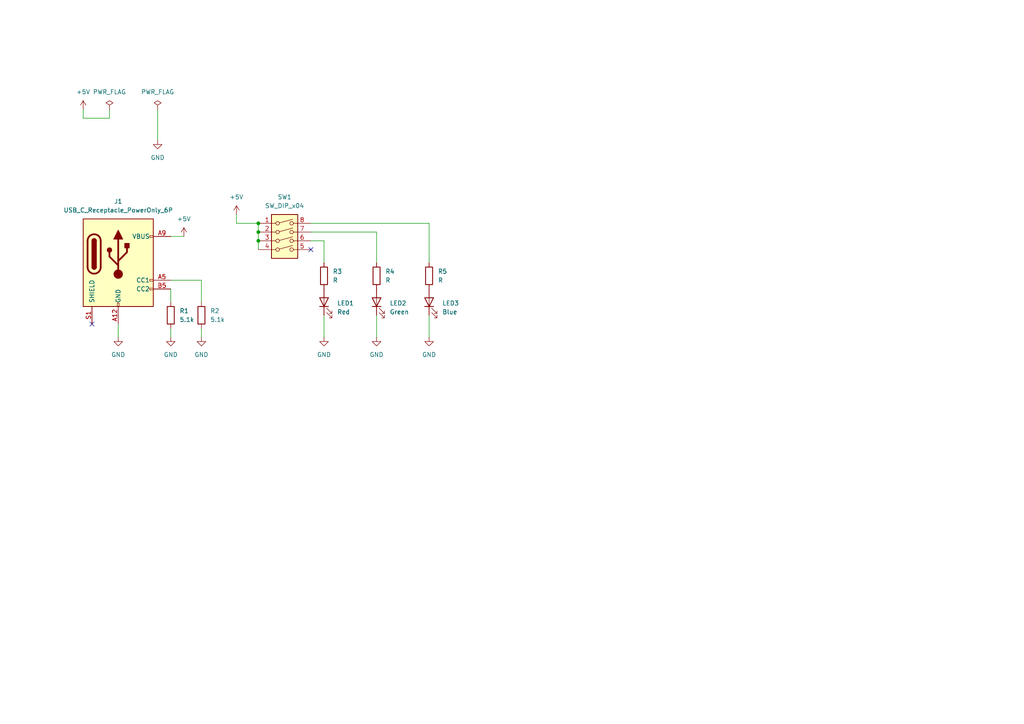
<source format=kicad_sch>
(kicad_sch (version 20211123) (generator eeschema)
  (paper "A4")
  (lib_symbols
    (symbol "Connector:USB_C_Receptacle_PowerOnly_6P" (pin_names (offset 1.016))
      (property "Reference" "J" (at 0 16.51 0))
      (property "Value" "USB_C_Receptacle_PowerOnly_6P" (at 0 13.97 0))
      (symbol "USB_C_Receptacle_PowerOnly_6P_0_0"
        (rectangle (start -0.254 -12.7) (end 0.254 -11.684))
        (rectangle (start 10.16 -7.366) (end 9.144 -7.874))
        (rectangle (start 10.16 -4.826) (end 9.144 -5.334))
        (rectangle (start 10.16 7.874) (end 9.144 7.366))
      )
      (symbol "USB_C_Receptacle_PowerOnly_6P_0_1"
        (rectangle (start -10.16 12.7) (end 10.16 -12.7) (stroke (width 0.254)) (fill (type background)))
        (arc (start -8.89 -1.27) (mid -6.985 -3.175) (end -5.08 -1.27) (stroke (width 0.508)))
        (arc (start -7.62 -1.27) (mid -6.985 -1.905) (end -6.35 -1.27) (stroke (width 0.254)))
        (arc (start -7.62 -1.27) (mid -6.985 -1.905) (end -6.35 -1.27) (stroke (width 0.254)) (fill (type outline)))
        (rectangle (start -7.62 -1.27) (end -6.35 6.35) (stroke (width 0.254)) (fill (type outline)))
        (arc (start -6.35 6.35) (mid -6.985 6.985) (end -7.62 6.35) (stroke (width 0.254)))
        (arc (start -6.35 6.35) (mid -6.985 6.985) (end -7.62 6.35) (stroke (width 0.254)) (fill (type outline)))
        (arc (start -5.08 6.35) (mid -6.985 8.255) (end -8.89 6.35) (stroke (width 0.508)))
        (circle (center -2.54 3.683) (radius 0.635) (stroke (width 0.254)) (fill (type outline)))
        (circle (center 0 -3.302) (radius 1.27) (fill (type outline)))
        (polyline (pts (xy -8.89 -1.27) (xy -8.89 6.35)) (stroke (width 0.508)))
        (polyline (pts (xy -5.08 6.35) (xy -5.08 -1.27)) (stroke (width 0.508)))
        (polyline (pts (xy 0 -3.302) (xy 0 6.858)) (stroke (width 0.508)))
        (polyline (pts (xy 0 -0.762) (xy -2.54 1.778) (xy -2.54 3.048)) (stroke (width 0.508)))
        (polyline (pts (xy 0 0.508) (xy 2.54 3.048) (xy 2.54 4.318)) (stroke (width 0.508)))
        (polyline (pts (xy -1.27 6.858) (xy 0 9.398) (xy 1.27 6.858) (xy -1.27 6.858)) (stroke (width 0.254)) (fill (type outline)))
        (rectangle (start 1.905 4.318) (end 3.175 5.588) (stroke (width 0.254)) (fill (type outline)))
      )
      (symbol "USB_C_Receptacle_PowerOnly_6P_1_1"
        (pin passive line (at 0 -17.78 90) (length 5.08) (name "GND") (number "A12"))
        (pin bidirectional line (at 15.24 -5.08 180) (length 5.08) (name "CC1") (number "A5"))
        (pin passive line (at 15.24 7.62 180) (length 5.08) (name "VBUS") (number "A9"))
        (pin passive line (at 0 -17.78 90) (length 5.08) hide (name "GND") (number "B12"))
        (pin bidirectional line (at 15.24 -7.62 180) (length 5.08) (name "CC2") (number "B5"))
        (pin passive line (at 15.24 7.62 180) (length 5.08) hide (name "VBUS") (number "B9"))
        (pin passive line (at -7.62 -17.78 90) (length 5.08) (name "SHIELD") (number "S1"))
      )
    )
    (symbol "Device:LED" (pin_numbers hide) (pin_names (offset 1.016) hide)
      (property "Reference" "D" (at 0 2.54 0))
      (property "Value" "LED" (at 0 -2.54 0))
      (symbol "LED_0_1"
        (polyline (pts (xy -1.27 -1.27) (xy -1.27 1.27)) (stroke (width 0.254)))
        (polyline (pts (xy -1.27 0) (xy 1.27 0)))
        (polyline (pts (xy 1.27 -1.27) (xy 1.27 1.27) (xy -1.27 0) (xy 1.27 -1.27)) (stroke (width 0.254)))
        (polyline (pts (xy -3.048 -0.762) (xy -4.572 -2.286) (xy -3.81 -2.286) (xy -4.572 -2.286) (xy -4.572 -1.524)))
        (polyline (pts (xy -1.778 -0.762) (xy -3.302 -2.286) (xy -2.54 -2.286) (xy -3.302 -2.286) (xy -3.302 -1.524)))
      )
      (symbol "LED_1_1"
        (pin passive line (at -3.81 0 0) (length 2.54) (name "K") (number "1"))
        (pin passive line (at 3.81 0 180) (length 2.54) (name "A") (number "2"))
      )
    )
    (symbol "Device:R" (pin_numbers hide) (pin_names (offset 0))
      (property "Reference" "R" (at 2.032 0 90))
      (property "Value" "R" (at 0 0 90))
      (symbol "R_0_1"
        (rectangle (start -1.016 -2.54) (end 1.016 2.54) (stroke (width 0.254)))
      )
      (symbol "R_1_1"
        (pin passive line (at 0 3.81 270) (length 1.27) (name "~") (number "1"))
        (pin passive line (at 0 -3.81 90) (length 1.27) (name "~") (number "2"))
      )
    )
    (symbol "Switch:SW_DIP_x04" (pin_names (offset 0) hide)
      (property "Reference" "SW" (at 0 8.89 0))
      (property "Value" "SW_DIP_x04" (at 0 -6.35 0))
      (symbol "SW_DIP_x04_0_0"
        (circle (center -2.032 -2.54) (radius 0.508))
        (circle (center -2.032 0) (radius 0.508))
        (circle (center -2.032 2.54) (radius 0.508))
        (circle (center -2.032 5.08) (radius 0.508))
        (polyline (pts (xy -1.524 -2.3876) (xy 2.3622 -1.3462)))
        (polyline (pts (xy -1.524 0.127) (xy 2.3622 1.1684)))
        (polyline (pts (xy -1.524 2.667) (xy 2.3622 3.7084)))
        (polyline (pts (xy -1.524 5.207) (xy 2.3622 6.2484)))
        (circle (center 2.032 -2.54) (radius 0.508))
        (circle (center 2.032 0) (radius 0.508))
        (circle (center 2.032 2.54) (radius 0.508))
        (circle (center 2.032 5.08) (radius 0.508))
      )
      (symbol "SW_DIP_x04_0_1"
        (rectangle (start -3.81 7.62) (end 3.81 -5.08) (stroke (width 0.254)) (fill (type background)))
      )
      (symbol "SW_DIP_x04_1_1"
        (pin passive line (at -7.62 5.08 0) (length 5.08) (name "~") (number "1"))
        (pin passive line (at -7.62 2.54 0) (length 5.08) (name "~") (number "2"))
        (pin passive line (at -7.62 0 0) (length 5.08) (name "~") (number "3"))
        (pin passive line (at -7.62 -2.54 0) (length 5.08) (name "~") (number "4"))
        (pin passive line (at 7.62 -2.54 180) (length 5.08) (name "~") (number "5"))
        (pin passive line (at 7.62 0 180) (length 5.08) (name "~") (number "6"))
        (pin passive line (at 7.62 2.54 180) (length 5.08) (name "~") (number "7"))
        (pin passive line (at 7.62 5.08 180) (length 5.08) (name "~") (number "8"))
      )
    )
    (symbol "power:+5V" (power) (pin_names (offset 0))
      (property "Value" "+5V" (at 0 3.556 0))
      (symbol "+5V_0_1"
        (polyline (pts (xy -0.762 1.27) (xy 0 2.54)))
        (polyline (pts (xy 0 0) (xy 0 2.54)))
        (polyline (pts (xy 0 2.54) (xy 0.762 1.27)))
      )
      (symbol "+5V_1_1"
        (pin power_in line (at 0 0 90) (length 0) hide (name "+5V") (number "1"))
      )
    )
    (symbol "power:GND" (power) (pin_names (offset 0))
      (property "Value" "GND" (at 0 -3.81 0))
      (symbol "GND_0_1"
        (polyline (pts (xy 0 0) (xy 0 -1.27) (xy 1.27 -1.27) (xy 0 -2.54) (xy -1.27 -1.27) (xy 0 -1.27)))
      )
      (symbol "GND_1_1"
        (pin power_in line (at 0 0 270) (length 0) hide (name "GND") (number "1"))
      )
    )
    (symbol "power:PWR_FLAG" (power) (pin_numbers hide) (pin_names (offset 0) hide)
      (property "Value" "PWR_FLAG" (at 0 3.81 0))
      (symbol "PWR_FLAG_0_0"
        (pin power_out line (at 0 0 90) (length 0) (name "pwr") (number "1"))
      )
      (symbol "PWR_FLAG_0_1"
        (polyline (pts (xy 0 0) (xy 0 1.27) (xy -1.016 1.905) (xy 0 2.54) (xy 1.016 1.905) (xy 0 1.27)))
      )
    )
  )
  (junction (at 74.93 64.77))
  (junction (at 74.93 67.31))
  (junction (at 74.93 69.85))
  (no_connect (at 90.17 72.39))
  (no_connect (at 26.67 93.98))
  (wire (pts (xy 90.17 67.31) (xy 109.22 67.31)))
  (wire (pts (xy 74.93 67.31) (xy 74.93 69.85)))
  (wire (pts (xy 93.98 69.85) (xy 93.98 76.2)))
  (wire (pts (xy 68.58 62.23) (xy 68.58 64.77)))
  (wire (pts (xy 90.17 69.85) (xy 93.98 69.85)))
  (wire (pts (xy 68.58 64.77) (xy 74.93 64.77)))
  (wire (pts (xy 74.93 69.85) (xy 74.93 72.39)))
  (wire (pts (xy 124.46 64.77) (xy 124.46 76.2)))
  (wire (pts (xy 34.29 93.98) (xy 34.29 97.79)))
  (wire (pts (xy 74.93 64.77) (xy 74.93 67.31)))
  (wire (pts (xy 90.17 64.77) (xy 124.46 64.77)))
  (wire (pts (xy 24.13 34.29) (xy 31.75 34.29)))
  (wire (pts (xy 49.53 68.58) (xy 53.34 68.58)))
  (wire (pts (xy 58.42 95.25) (xy 58.42 97.79)))
  (wire (pts (xy 49.53 83.82) (xy 49.53 87.63)))
  (wire (pts (xy 45.72 31.75) (xy 45.72 40.64)))
  (wire (pts (xy 93.98 91.44) (xy 93.98 97.79)))
  (wire (pts (xy 49.53 81.28) (xy 58.42 81.28)))
  (wire (pts (xy 124.46 91.44) (xy 124.46 97.79)))
  (wire (pts (xy 24.13 31.75) (xy 24.13 34.29)))
  (wire (pts (xy 49.53 95.25) (xy 49.53 97.79)))
  (wire (pts (xy 109.22 67.31) (xy 109.22 76.2)))
  (wire (pts (xy 58.42 81.28) (xy 58.42 87.63)))
  (wire (pts (xy 31.75 31.75) (xy 31.75 34.29)))
  (wire (pts (xy 109.22 91.44) (xy 109.22 97.79)))
  (symbol (lib_id "Device:LED") (at 93.98 87.63 90) (unit 1)
    (property "Reference" "LED1" (at 97.79 87.9474 90) (effects (justify right)))
    (property "Value" "Red" (at 97.79 90.4874 90) (effects (justify right)))
    (property "Footprint" "LED_THT:LED_D5.0mm" (effects hide))
  )
  (symbol (lib_id "Device:LED") (at 124.46 87.63 90) (unit 1)
    (property "Reference" "LED3" (at 128.27 87.9474 90) (effects (justify right)))
    (property "Value" "Blue" (at 128.27 90.4874 90) (effects (justify right)))
    (property "Footprint" "LED_THT:LED_D5.0mm" (effects hide))
  )
  (symbol (lib_id "power:PWR_FLAG") (at 31.75 31.75 0) (unit 1)
    (property "Reference" "#FLG01" (effects hide))
    (property "Value" "PWR_FLAG" (at 31.75 26.67 0))
  )
  (symbol (lib_id "power:GND") (at 49.53 97.79 0) (unit 1)
    (property "Reference" "#PWR04" (effects hide))
    (property "Value" "GND" (at 49.53 102.87 0))
  )
  (symbol (lib_id "power:GND") (at 34.29 97.79 0) (unit 1)
    (property "Reference" "#PWR02" (effects hide))
    (property "Value" "GND" (at 34.29 102.87 0))
  )
  (symbol (lib_id "power:+5V") (at 68.58 62.23 0) (unit 1)
    (property "Reference" "#PWR07" (effects hide))
    (property "Value" "+5V" (at 68.58 57.15 0))
  )
  (symbol (lib_id "Device:R") (at 49.53 91.44 0) (unit 1)
    (property "Reference" "R1" (at 52.07 90.1699 0) (effects (justify left)))
    (property "Value" "5.1k" (at 52.07 92.7099 0) (effects (justify left)))
    (property "Footprint" "Resistor_THT:R_Axial_DIN0204_L3.6mm_D1.6mm_P7.62mm_Horizontal" (effects hide))
  )
  (symbol (lib_id "power:+5V") (at 24.13 31.75 0) (unit 1)
    (property "Reference" "#PWR01" (effects hide))
    (property "Value" "+5V" (at 24.13 26.67 0))
  )
  (symbol (lib_id "Device:R") (at 109.22 80.01 0) (unit 1)
    (property "Reference" "R4" (at 111.76 78.7399 0) (effects (justify left)))
    (property "Value" "R" (at 111.76 81.2799 0) (effects (justify left)))
    (property "Footprint" "Resistor_THT:R_Axial_DIN0204_L3.6mm_D1.6mm_P7.62mm_Horizontal" (effects hide))
  )
  (symbol (lib_id "Connector:USB_C_Receptacle_PowerOnly_6P") (at 34.29 76.2 0) (unit 1)
    (property "Reference" "J1" (at 34.29 58.42 0))
    (property "Value" "USB_C_Receptacle_PowerOnly_6P" (at 34.29 60.96 0))
    (property "Footprint" "MyLibrary:UJC-HP-3-SMT-TR" (effects hide))
    (property "Datasheet" "https://www.usb.org/sites/default/files/documents/usb_type-c.zip" (effects hide))
  )
  (symbol (lib_id "Device:R") (at 124.46 80.01 0) (unit 1)
    (property "Reference" "R5" (at 127 78.7399 0) (effects (justify left)))
    (property "Value" "R" (at 127 81.2799 0) (effects (justify left)))
    (property "Footprint" "Resistor_THT:R_Axial_DIN0204_L3.6mm_D1.6mm_P7.62mm_Horizontal" (effects hide))
  )
  (symbol (lib_id "power:PWR_FLAG") (at 45.72 31.75 0) (unit 1)
    (property "Reference" "#FLG02" (effects hide))
    (property "Value" "PWR_FLAG" (at 45.72 26.67 0))
  )
  (symbol (lib_id "Device:R") (at 58.42 91.44 0) (unit 1)
    (property "Reference" "R2" (at 60.96 90.1699 0) (effects (justify left)))
    (property "Value" "5.1k" (at 60.96 92.7099 0) (effects (justify left)))
    (property "Footprint" "Resistor_THT:R_Axial_DIN0204_L3.6mm_D1.6mm_P7.62mm_Horizontal" (effects hide))
  )
  (symbol (lib_id "power:+5V") (at 53.34 68.58 0) (unit 1)
    (property "Reference" "#PWR05" (effects hide))
    (property "Value" "+5V" (at 53.34 63.5 0))
  )
  (symbol (lib_id "Device:LED") (at 109.22 87.63 90) (unit 1)
    (property "Reference" "LED2" (at 113.03 87.9474 90) (effects (justify right)))
    (property "Value" "Green" (at 113.03 90.4874 90) (effects (justify right)))
    (property "Footprint" "LED_THT:LED_D5.0mm" (effects hide))
  )
  (symbol (lib_id "power:GND") (at 93.98 97.79 0) (unit 1)
    (property "Reference" "#PWR08" (effects hide))
    (property "Value" "GND" (at 93.98 102.87 0))
  )
  (symbol (lib_id "power:GND") (at 109.22 97.79 0) (unit 1)
    (property "Reference" "#PWR09" (effects hide))
    (property "Value" "GND" (at 109.22 102.87 0))
  )
  (symbol (lib_id "power:GND") (at 58.42 97.79 0) (unit 1)
    (property "Reference" "#PWR06" (effects hide))
    (property "Value" "GND" (at 58.42 102.87 0))
  )
  (symbol (lib_id "Device:R") (at 93.98 80.01 0) (unit 1)
    (property "Reference" "R3" (at 96.52 78.7399 0) (effects (justify left)))
    (property "Value" "R" (at 96.52 81.2799 0) (effects (justify left)))
    (property "Footprint" "Resistor_THT:R_Axial_DIN0204_L3.6mm_D1.6mm_P7.62mm_Horizontal" (effects hide))
  )
  (symbol (lib_id "Switch:SW_DIP_x04") (at 82.55 69.85 0) (unit 1)
    (property "Reference" "SW1" (at 82.55 57.15 0))
    (property "Value" "SW_DIP_x04" (at 82.55 59.69 0))
    (property "Footprint" "Button_Switch_THT:SW_DIP_SPSTx04_Slide_9.78x12.34mm_W7.62mm_P2.54mm" (effects hide))
  )
  (symbol (lib_id "power:GND") (at 124.46 97.79 0) (unit 1)
    (property "Reference" "#PWR010" (effects hide))
    (property "Value" "GND" (at 124.46 102.87 0))
  )
  (symbol (lib_id "power:GND") (at 45.72 40.64 0) (unit 1)
    (property "Reference" "#PWR03" (effects hide))
    (property "Value" "GND" (at 45.72 45.72 0))
  )
)
</source>
